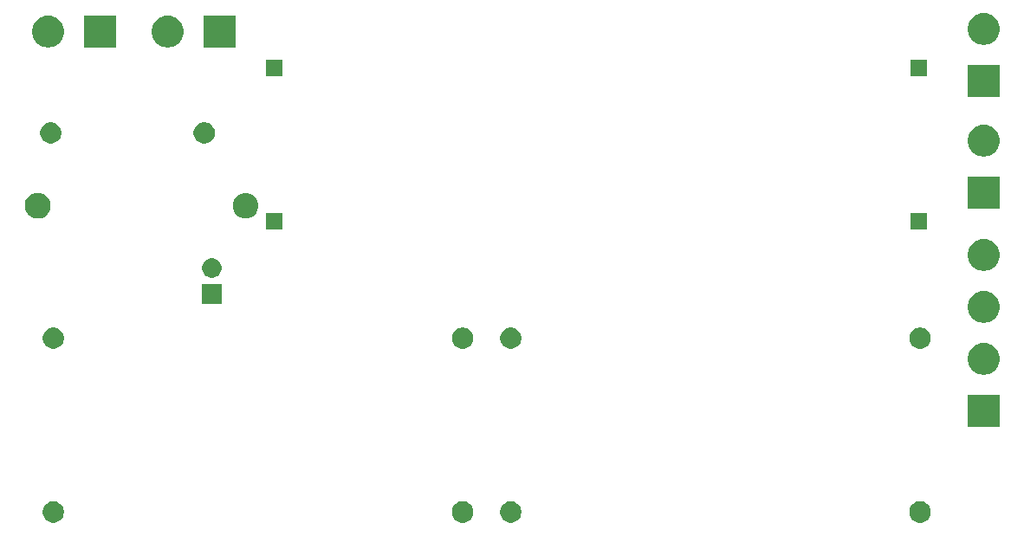
<source format=gbr>
G04 #@! TF.GenerationSoftware,KiCad,Pcbnew,(5.1.2)-2*
G04 #@! TF.CreationDate,2020-05-15T02:34:10+07:00*
G04 #@! TF.ProjectId,power_arduino,706f7765-725f-4617-9264-75696e6f2e6b,rev?*
G04 #@! TF.SameCoordinates,Original*
G04 #@! TF.FileFunction,Soldermask,Bot*
G04 #@! TF.FilePolarity,Negative*
%FSLAX46Y46*%
G04 Gerber Fmt 4.6, Leading zero omitted, Abs format (unit mm)*
G04 Created by KiCad (PCBNEW (5.1.2)-2) date 2020-05-15 02:34:10*
%MOMM*%
%LPD*%
G04 APERTURE LIST*
%ADD10C,0.100000*%
G04 APERTURE END LIST*
D10*
G36*
X138604564Y-95491389D02*
G01*
X138795833Y-95570615D01*
X138795835Y-95570616D01*
X138967973Y-95685635D01*
X139114365Y-95832027D01*
X139229385Y-96004167D01*
X139308611Y-96195436D01*
X139349000Y-96398484D01*
X139349000Y-96605516D01*
X139308611Y-96808564D01*
X139229385Y-96999833D01*
X139229384Y-96999835D01*
X139114365Y-97171973D01*
X138967973Y-97318365D01*
X138795835Y-97433384D01*
X138795834Y-97433385D01*
X138795833Y-97433385D01*
X138604564Y-97512611D01*
X138401516Y-97553000D01*
X138194484Y-97553000D01*
X137991436Y-97512611D01*
X137800167Y-97433385D01*
X137800166Y-97433385D01*
X137800165Y-97433384D01*
X137628027Y-97318365D01*
X137481635Y-97171973D01*
X137366616Y-96999835D01*
X137366615Y-96999833D01*
X137287389Y-96808564D01*
X137247000Y-96605516D01*
X137247000Y-96398484D01*
X137287389Y-96195436D01*
X137366615Y-96004167D01*
X137481635Y-95832027D01*
X137628027Y-95685635D01*
X137800165Y-95570616D01*
X137800167Y-95570615D01*
X137991436Y-95491389D01*
X138194484Y-95451000D01*
X138401516Y-95451000D01*
X138604564Y-95491389D01*
X138604564Y-95491389D01*
G37*
G36*
X93900564Y-95491389D02*
G01*
X94091833Y-95570615D01*
X94091835Y-95570616D01*
X94263973Y-95685635D01*
X94410365Y-95832027D01*
X94525385Y-96004167D01*
X94604611Y-96195436D01*
X94645000Y-96398484D01*
X94645000Y-96605516D01*
X94604611Y-96808564D01*
X94525385Y-96999833D01*
X94525384Y-96999835D01*
X94410365Y-97171973D01*
X94263973Y-97318365D01*
X94091835Y-97433384D01*
X94091834Y-97433385D01*
X94091833Y-97433385D01*
X93900564Y-97512611D01*
X93697516Y-97553000D01*
X93490484Y-97553000D01*
X93287436Y-97512611D01*
X93096167Y-97433385D01*
X93096166Y-97433385D01*
X93096165Y-97433384D01*
X92924027Y-97318365D01*
X92777635Y-97171973D01*
X92662616Y-96999835D01*
X92662615Y-96999833D01*
X92583389Y-96808564D01*
X92543000Y-96605516D01*
X92543000Y-96398484D01*
X92583389Y-96195436D01*
X92662615Y-96004167D01*
X92777635Y-95832027D01*
X92924027Y-95685635D01*
X93096165Y-95570616D01*
X93096167Y-95570615D01*
X93287436Y-95491389D01*
X93490484Y-95451000D01*
X93697516Y-95451000D01*
X93900564Y-95491389D01*
X93900564Y-95491389D01*
G37*
G36*
X53900564Y-95491389D02*
G01*
X54091833Y-95570615D01*
X54091835Y-95570616D01*
X54263973Y-95685635D01*
X54410365Y-95832027D01*
X54525385Y-96004167D01*
X54604611Y-96195436D01*
X54645000Y-96398484D01*
X54645000Y-96605516D01*
X54604611Y-96808564D01*
X54525385Y-96999833D01*
X54525384Y-96999835D01*
X54410365Y-97171973D01*
X54263973Y-97318365D01*
X54091835Y-97433384D01*
X54091834Y-97433385D01*
X54091833Y-97433385D01*
X53900564Y-97512611D01*
X53697516Y-97553000D01*
X53490484Y-97553000D01*
X53287436Y-97512611D01*
X53096167Y-97433385D01*
X53096166Y-97433385D01*
X53096165Y-97433384D01*
X52924027Y-97318365D01*
X52777635Y-97171973D01*
X52662616Y-96999835D01*
X52662615Y-96999833D01*
X52583389Y-96808564D01*
X52543000Y-96605516D01*
X52543000Y-96398484D01*
X52583389Y-96195436D01*
X52662615Y-96004167D01*
X52777635Y-95832027D01*
X52924027Y-95685635D01*
X53096165Y-95570616D01*
X53096167Y-95570615D01*
X53287436Y-95491389D01*
X53490484Y-95451000D01*
X53697516Y-95451000D01*
X53900564Y-95491389D01*
X53900564Y-95491389D01*
G37*
G36*
X98604564Y-95491389D02*
G01*
X98795833Y-95570615D01*
X98795835Y-95570616D01*
X98967973Y-95685635D01*
X99114365Y-95832027D01*
X99229385Y-96004167D01*
X99308611Y-96195436D01*
X99349000Y-96398484D01*
X99349000Y-96605516D01*
X99308611Y-96808564D01*
X99229385Y-96999833D01*
X99229384Y-96999835D01*
X99114365Y-97171973D01*
X98967973Y-97318365D01*
X98795835Y-97433384D01*
X98795834Y-97433385D01*
X98795833Y-97433385D01*
X98604564Y-97512611D01*
X98401516Y-97553000D01*
X98194484Y-97553000D01*
X97991436Y-97512611D01*
X97800167Y-97433385D01*
X97800166Y-97433385D01*
X97800165Y-97433384D01*
X97628027Y-97318365D01*
X97481635Y-97171973D01*
X97366616Y-96999835D01*
X97366615Y-96999833D01*
X97287389Y-96808564D01*
X97247000Y-96605516D01*
X97247000Y-96398484D01*
X97287389Y-96195436D01*
X97366615Y-96004167D01*
X97481635Y-95832027D01*
X97628027Y-95685635D01*
X97800165Y-95570616D01*
X97800167Y-95570615D01*
X97991436Y-95491389D01*
X98194484Y-95451000D01*
X98401516Y-95451000D01*
X98604564Y-95491389D01*
X98604564Y-95491389D01*
G37*
G36*
X146077000Y-88165000D02*
G01*
X142975000Y-88165000D01*
X142975000Y-85063000D01*
X146077000Y-85063000D01*
X146077000Y-88165000D01*
X146077000Y-88165000D01*
G37*
G36*
X144828585Y-80012802D02*
G01*
X144978410Y-80042604D01*
X145260674Y-80159521D01*
X145514705Y-80329259D01*
X145730741Y-80545295D01*
X145900479Y-80799326D01*
X146017396Y-81081590D01*
X146077000Y-81381240D01*
X146077000Y-81686760D01*
X146017396Y-81986410D01*
X145900479Y-82268674D01*
X145730741Y-82522705D01*
X145514705Y-82738741D01*
X145260674Y-82908479D01*
X144978410Y-83025396D01*
X144828585Y-83055198D01*
X144678761Y-83085000D01*
X144373239Y-83085000D01*
X144223415Y-83055198D01*
X144073590Y-83025396D01*
X143791326Y-82908479D01*
X143537295Y-82738741D01*
X143321259Y-82522705D01*
X143151521Y-82268674D01*
X143034604Y-81986410D01*
X142975000Y-81686760D01*
X142975000Y-81381240D01*
X143034604Y-81081590D01*
X143151521Y-80799326D01*
X143321259Y-80545295D01*
X143537295Y-80329259D01*
X143791326Y-80159521D01*
X144073590Y-80042604D01*
X144223415Y-80012802D01*
X144373239Y-79983000D01*
X144678761Y-79983000D01*
X144828585Y-80012802D01*
X144828585Y-80012802D01*
G37*
G36*
X98604564Y-78491389D02*
G01*
X98795833Y-78570615D01*
X98795835Y-78570616D01*
X98967973Y-78685635D01*
X99114365Y-78832027D01*
X99229385Y-79004167D01*
X99308611Y-79195436D01*
X99349000Y-79398484D01*
X99349000Y-79605516D01*
X99308611Y-79808564D01*
X99236357Y-79983000D01*
X99229384Y-79999835D01*
X99114365Y-80171973D01*
X98967973Y-80318365D01*
X98795835Y-80433384D01*
X98795834Y-80433385D01*
X98795833Y-80433385D01*
X98604564Y-80512611D01*
X98401516Y-80553000D01*
X98194484Y-80553000D01*
X97991436Y-80512611D01*
X97800167Y-80433385D01*
X97800166Y-80433385D01*
X97800165Y-80433384D01*
X97628027Y-80318365D01*
X97481635Y-80171973D01*
X97366616Y-79999835D01*
X97359643Y-79983000D01*
X97287389Y-79808564D01*
X97247000Y-79605516D01*
X97247000Y-79398484D01*
X97287389Y-79195436D01*
X97366615Y-79004167D01*
X97481635Y-78832027D01*
X97628027Y-78685635D01*
X97800165Y-78570616D01*
X97800167Y-78570615D01*
X97991436Y-78491389D01*
X98194484Y-78451000D01*
X98401516Y-78451000D01*
X98604564Y-78491389D01*
X98604564Y-78491389D01*
G37*
G36*
X138604564Y-78491389D02*
G01*
X138795833Y-78570615D01*
X138795835Y-78570616D01*
X138967973Y-78685635D01*
X139114365Y-78832027D01*
X139229385Y-79004167D01*
X139308611Y-79195436D01*
X139349000Y-79398484D01*
X139349000Y-79605516D01*
X139308611Y-79808564D01*
X139236357Y-79983000D01*
X139229384Y-79999835D01*
X139114365Y-80171973D01*
X138967973Y-80318365D01*
X138795835Y-80433384D01*
X138795834Y-80433385D01*
X138795833Y-80433385D01*
X138604564Y-80512611D01*
X138401516Y-80553000D01*
X138194484Y-80553000D01*
X137991436Y-80512611D01*
X137800167Y-80433385D01*
X137800166Y-80433385D01*
X137800165Y-80433384D01*
X137628027Y-80318365D01*
X137481635Y-80171973D01*
X137366616Y-79999835D01*
X137359643Y-79983000D01*
X137287389Y-79808564D01*
X137247000Y-79605516D01*
X137247000Y-79398484D01*
X137287389Y-79195436D01*
X137366615Y-79004167D01*
X137481635Y-78832027D01*
X137628027Y-78685635D01*
X137800165Y-78570616D01*
X137800167Y-78570615D01*
X137991436Y-78491389D01*
X138194484Y-78451000D01*
X138401516Y-78451000D01*
X138604564Y-78491389D01*
X138604564Y-78491389D01*
G37*
G36*
X93900564Y-78491389D02*
G01*
X94091833Y-78570615D01*
X94091835Y-78570616D01*
X94263973Y-78685635D01*
X94410365Y-78832027D01*
X94525385Y-79004167D01*
X94604611Y-79195436D01*
X94645000Y-79398484D01*
X94645000Y-79605516D01*
X94604611Y-79808564D01*
X94532357Y-79983000D01*
X94525384Y-79999835D01*
X94410365Y-80171973D01*
X94263973Y-80318365D01*
X94091835Y-80433384D01*
X94091834Y-80433385D01*
X94091833Y-80433385D01*
X93900564Y-80512611D01*
X93697516Y-80553000D01*
X93490484Y-80553000D01*
X93287436Y-80512611D01*
X93096167Y-80433385D01*
X93096166Y-80433385D01*
X93096165Y-80433384D01*
X92924027Y-80318365D01*
X92777635Y-80171973D01*
X92662616Y-79999835D01*
X92655643Y-79983000D01*
X92583389Y-79808564D01*
X92543000Y-79605516D01*
X92543000Y-79398484D01*
X92583389Y-79195436D01*
X92662615Y-79004167D01*
X92777635Y-78832027D01*
X92924027Y-78685635D01*
X93096165Y-78570616D01*
X93096167Y-78570615D01*
X93287436Y-78491389D01*
X93490484Y-78451000D01*
X93697516Y-78451000D01*
X93900564Y-78491389D01*
X93900564Y-78491389D01*
G37*
G36*
X53900564Y-78491389D02*
G01*
X54091833Y-78570615D01*
X54091835Y-78570616D01*
X54263973Y-78685635D01*
X54410365Y-78832027D01*
X54525385Y-79004167D01*
X54604611Y-79195436D01*
X54645000Y-79398484D01*
X54645000Y-79605516D01*
X54604611Y-79808564D01*
X54532357Y-79983000D01*
X54525384Y-79999835D01*
X54410365Y-80171973D01*
X54263973Y-80318365D01*
X54091835Y-80433384D01*
X54091834Y-80433385D01*
X54091833Y-80433385D01*
X53900564Y-80512611D01*
X53697516Y-80553000D01*
X53490484Y-80553000D01*
X53287436Y-80512611D01*
X53096167Y-80433385D01*
X53096166Y-80433385D01*
X53096165Y-80433384D01*
X52924027Y-80318365D01*
X52777635Y-80171973D01*
X52662616Y-79999835D01*
X52655643Y-79983000D01*
X52583389Y-79808564D01*
X52543000Y-79605516D01*
X52543000Y-79398484D01*
X52583389Y-79195436D01*
X52662615Y-79004167D01*
X52777635Y-78832027D01*
X52924027Y-78685635D01*
X53096165Y-78570616D01*
X53096167Y-78570615D01*
X53287436Y-78491389D01*
X53490484Y-78451000D01*
X53697516Y-78451000D01*
X53900564Y-78491389D01*
X53900564Y-78491389D01*
G37*
G36*
X144828585Y-74932802D02*
G01*
X144978410Y-74962604D01*
X145260674Y-75079521D01*
X145514705Y-75249259D01*
X145730741Y-75465295D01*
X145900479Y-75719326D01*
X146017396Y-76001590D01*
X146077000Y-76301240D01*
X146077000Y-76606760D01*
X146017396Y-76906410D01*
X145900479Y-77188674D01*
X145730741Y-77442705D01*
X145514705Y-77658741D01*
X145260674Y-77828479D01*
X144978410Y-77945396D01*
X144828585Y-77975198D01*
X144678761Y-78005000D01*
X144373239Y-78005000D01*
X144223415Y-77975198D01*
X144073590Y-77945396D01*
X143791326Y-77828479D01*
X143537295Y-77658741D01*
X143321259Y-77442705D01*
X143151521Y-77188674D01*
X143034604Y-76906410D01*
X142975000Y-76606760D01*
X142975000Y-76301240D01*
X143034604Y-76001590D01*
X143151521Y-75719326D01*
X143321259Y-75465295D01*
X143537295Y-75249259D01*
X143791326Y-75079521D01*
X144073590Y-74962604D01*
X144223415Y-74932802D01*
X144373239Y-74903000D01*
X144678761Y-74903000D01*
X144828585Y-74932802D01*
X144828585Y-74932802D01*
G37*
G36*
X70039000Y-76135000D02*
G01*
X68137000Y-76135000D01*
X68137000Y-74233000D01*
X70039000Y-74233000D01*
X70039000Y-76135000D01*
X70039000Y-76135000D01*
G37*
G36*
X69365395Y-71729546D02*
G01*
X69538466Y-71801234D01*
X69538467Y-71801235D01*
X69694227Y-71905310D01*
X69826690Y-72037773D01*
X69826691Y-72037775D01*
X69930766Y-72193534D01*
X70002454Y-72366605D01*
X70039000Y-72550333D01*
X70039000Y-72737667D01*
X70002454Y-72921395D01*
X69930766Y-73094466D01*
X69930765Y-73094467D01*
X69826690Y-73250227D01*
X69694227Y-73382690D01*
X69615818Y-73435081D01*
X69538466Y-73486766D01*
X69365395Y-73558454D01*
X69181667Y-73595000D01*
X68994333Y-73595000D01*
X68810605Y-73558454D01*
X68637534Y-73486766D01*
X68560182Y-73435081D01*
X68481773Y-73382690D01*
X68349310Y-73250227D01*
X68245235Y-73094467D01*
X68245234Y-73094466D01*
X68173546Y-72921395D01*
X68137000Y-72737667D01*
X68137000Y-72550333D01*
X68173546Y-72366605D01*
X68245234Y-72193534D01*
X68349309Y-72037775D01*
X68349310Y-72037773D01*
X68481773Y-71905310D01*
X68637533Y-71801235D01*
X68637534Y-71801234D01*
X68810605Y-71729546D01*
X68994333Y-71693000D01*
X69181667Y-71693000D01*
X69365395Y-71729546D01*
X69365395Y-71729546D01*
G37*
G36*
X144828585Y-69852802D02*
G01*
X144978410Y-69882604D01*
X145260674Y-69999521D01*
X145514705Y-70169259D01*
X145730741Y-70385295D01*
X145900479Y-70639326D01*
X146017396Y-70921590D01*
X146077000Y-71221240D01*
X146077000Y-71526760D01*
X146017396Y-71826410D01*
X145900479Y-72108674D01*
X145730741Y-72362705D01*
X145514705Y-72578741D01*
X145260674Y-72748479D01*
X144978410Y-72865396D01*
X144828585Y-72895198D01*
X144678761Y-72925000D01*
X144373239Y-72925000D01*
X144223415Y-72895198D01*
X144073590Y-72865396D01*
X143791326Y-72748479D01*
X143537295Y-72578741D01*
X143321259Y-72362705D01*
X143151521Y-72108674D01*
X143034604Y-71826410D01*
X142975000Y-71526760D01*
X142975000Y-71221240D01*
X143034604Y-70921590D01*
X143151521Y-70639326D01*
X143321259Y-70385295D01*
X143537295Y-70169259D01*
X143791326Y-69999521D01*
X144073590Y-69882604D01*
X144223415Y-69852802D01*
X144373239Y-69823000D01*
X144678761Y-69823000D01*
X144828585Y-69852802D01*
X144828585Y-69852802D01*
G37*
G36*
X138997000Y-68899000D02*
G01*
X137371000Y-68899000D01*
X137371000Y-67273000D01*
X138997000Y-67273000D01*
X138997000Y-68899000D01*
X138997000Y-68899000D01*
G37*
G36*
X75997000Y-68899000D02*
G01*
X74371000Y-68899000D01*
X74371000Y-67273000D01*
X75997000Y-67273000D01*
X75997000Y-68899000D01*
X75997000Y-68899000D01*
G37*
G36*
X52434903Y-65345075D02*
G01*
X52535236Y-65386634D01*
X52662571Y-65439378D01*
X52867466Y-65576285D01*
X53041715Y-65750534D01*
X53178622Y-65955429D01*
X53272925Y-66183097D01*
X53321000Y-66424787D01*
X53321000Y-66671213D01*
X53272925Y-66912903D01*
X53178622Y-67140571D01*
X53041715Y-67345466D01*
X52867466Y-67519715D01*
X52662571Y-67656622D01*
X52662570Y-67656623D01*
X52662569Y-67656623D01*
X52434903Y-67750925D01*
X52193214Y-67799000D01*
X51946786Y-67799000D01*
X51705097Y-67750925D01*
X51477431Y-67656623D01*
X51477430Y-67656623D01*
X51477429Y-67656622D01*
X51272534Y-67519715D01*
X51098285Y-67345466D01*
X50961378Y-67140571D01*
X50867075Y-66912903D01*
X50819000Y-66671213D01*
X50819000Y-66424787D01*
X50867075Y-66183097D01*
X50961378Y-65955429D01*
X51098285Y-65750534D01*
X51272534Y-65576285D01*
X51477429Y-65439378D01*
X51604765Y-65386634D01*
X51705097Y-65345075D01*
X51946786Y-65297000D01*
X52193214Y-65297000D01*
X52434903Y-65345075D01*
X52434903Y-65345075D01*
G37*
G36*
X72635239Y-65315101D02*
G01*
X72871053Y-65386634D01*
X73088381Y-65502799D01*
X73278871Y-65659129D01*
X73435201Y-65849619D01*
X73551366Y-66066947D01*
X73622899Y-66302761D01*
X73647053Y-66548000D01*
X73622899Y-66793239D01*
X73551366Y-67029053D01*
X73435201Y-67246381D01*
X73278871Y-67436871D01*
X73088381Y-67593201D01*
X72871053Y-67709366D01*
X72635239Y-67780899D01*
X72451457Y-67799000D01*
X72328543Y-67799000D01*
X72144761Y-67780899D01*
X71908947Y-67709366D01*
X71691619Y-67593201D01*
X71501129Y-67436871D01*
X71344799Y-67246381D01*
X71228634Y-67029053D01*
X71157101Y-66793239D01*
X71132947Y-66548000D01*
X71157101Y-66302761D01*
X71228634Y-66066947D01*
X71344799Y-65849619D01*
X71501129Y-65659129D01*
X71691619Y-65502799D01*
X71908947Y-65386634D01*
X72144761Y-65315101D01*
X72328543Y-65297000D01*
X72451457Y-65297000D01*
X72635239Y-65315101D01*
X72635239Y-65315101D01*
G37*
G36*
X146077000Y-66829000D02*
G01*
X142975000Y-66829000D01*
X142975000Y-63727000D01*
X146077000Y-63727000D01*
X146077000Y-66829000D01*
X146077000Y-66829000D01*
G37*
G36*
X144828585Y-58676802D02*
G01*
X144978410Y-58706604D01*
X145260674Y-58823521D01*
X145514705Y-58993259D01*
X145730741Y-59209295D01*
X145900479Y-59463326D01*
X146017396Y-59745590D01*
X146077000Y-60045240D01*
X146077000Y-60350760D01*
X146017396Y-60650410D01*
X145900479Y-60932674D01*
X145730741Y-61186705D01*
X145514705Y-61402741D01*
X145260674Y-61572479D01*
X144978410Y-61689396D01*
X144828585Y-61719198D01*
X144678761Y-61749000D01*
X144373239Y-61749000D01*
X144223415Y-61719198D01*
X144073590Y-61689396D01*
X143791326Y-61572479D01*
X143537295Y-61402741D01*
X143321259Y-61186705D01*
X143151521Y-60932674D01*
X143034604Y-60650410D01*
X142975000Y-60350760D01*
X142975000Y-60045240D01*
X143034604Y-59745590D01*
X143151521Y-59463326D01*
X143321259Y-59209295D01*
X143537295Y-58993259D01*
X143791326Y-58823521D01*
X144073590Y-58706604D01*
X144223415Y-58676802D01*
X144373239Y-58647000D01*
X144678761Y-58647000D01*
X144828585Y-58676802D01*
X144828585Y-58676802D01*
G37*
G36*
X68646564Y-58425389D02*
G01*
X68837833Y-58504615D01*
X68837835Y-58504616D01*
X69009973Y-58619635D01*
X69156365Y-58766027D01*
X69271385Y-58938167D01*
X69350611Y-59129436D01*
X69391000Y-59332484D01*
X69391000Y-59539516D01*
X69350611Y-59742564D01*
X69349357Y-59745591D01*
X69271384Y-59933835D01*
X69156365Y-60105973D01*
X69009973Y-60252365D01*
X68837835Y-60367384D01*
X68837834Y-60367385D01*
X68837833Y-60367385D01*
X68646564Y-60446611D01*
X68443516Y-60487000D01*
X68236484Y-60487000D01*
X68033436Y-60446611D01*
X67842167Y-60367385D01*
X67842166Y-60367385D01*
X67842165Y-60367384D01*
X67670027Y-60252365D01*
X67523635Y-60105973D01*
X67408616Y-59933835D01*
X67330643Y-59745591D01*
X67329389Y-59742564D01*
X67289000Y-59539516D01*
X67289000Y-59332484D01*
X67329389Y-59129436D01*
X67408615Y-58938167D01*
X67523635Y-58766027D01*
X67670027Y-58619635D01*
X67842165Y-58504616D01*
X67842167Y-58504615D01*
X68033436Y-58425389D01*
X68236484Y-58385000D01*
X68443516Y-58385000D01*
X68646564Y-58425389D01*
X68646564Y-58425389D01*
G37*
G36*
X53646564Y-58425389D02*
G01*
X53837833Y-58504615D01*
X53837835Y-58504616D01*
X54009973Y-58619635D01*
X54156365Y-58766027D01*
X54271385Y-58938167D01*
X54350611Y-59129436D01*
X54391000Y-59332484D01*
X54391000Y-59539516D01*
X54350611Y-59742564D01*
X54349357Y-59745591D01*
X54271384Y-59933835D01*
X54156365Y-60105973D01*
X54009973Y-60252365D01*
X53837835Y-60367384D01*
X53837834Y-60367385D01*
X53837833Y-60367385D01*
X53646564Y-60446611D01*
X53443516Y-60487000D01*
X53236484Y-60487000D01*
X53033436Y-60446611D01*
X52842167Y-60367385D01*
X52842166Y-60367385D01*
X52842165Y-60367384D01*
X52670027Y-60252365D01*
X52523635Y-60105973D01*
X52408616Y-59933835D01*
X52330643Y-59745591D01*
X52329389Y-59742564D01*
X52289000Y-59539516D01*
X52289000Y-59332484D01*
X52329389Y-59129436D01*
X52408615Y-58938167D01*
X52523635Y-58766027D01*
X52670027Y-58619635D01*
X52842165Y-58504616D01*
X52842167Y-58504615D01*
X53033436Y-58425389D01*
X53236484Y-58385000D01*
X53443516Y-58385000D01*
X53646564Y-58425389D01*
X53646564Y-58425389D01*
G37*
G36*
X146077000Y-55907000D02*
G01*
X142975000Y-55907000D01*
X142975000Y-52805000D01*
X146077000Y-52805000D01*
X146077000Y-55907000D01*
X146077000Y-55907000D01*
G37*
G36*
X138997000Y-53899000D02*
G01*
X137371000Y-53899000D01*
X137371000Y-52273000D01*
X138997000Y-52273000D01*
X138997000Y-53899000D01*
X138997000Y-53899000D01*
G37*
G36*
X75997000Y-53899000D02*
G01*
X74371000Y-53899000D01*
X74371000Y-52273000D01*
X75997000Y-52273000D01*
X75997000Y-53899000D01*
X75997000Y-53899000D01*
G37*
G36*
X71401000Y-51081000D02*
G01*
X68299000Y-51081000D01*
X68299000Y-47979000D01*
X71401000Y-47979000D01*
X71401000Y-51081000D01*
X71401000Y-51081000D01*
G37*
G36*
X53388585Y-48008802D02*
G01*
X53538410Y-48038604D01*
X53820674Y-48155521D01*
X54074705Y-48325259D01*
X54290741Y-48541295D01*
X54460479Y-48795326D01*
X54577396Y-49077590D01*
X54637000Y-49377240D01*
X54637000Y-49682760D01*
X54577396Y-49982410D01*
X54460479Y-50264674D01*
X54290741Y-50518705D01*
X54074705Y-50734741D01*
X53820674Y-50904479D01*
X53538410Y-51021396D01*
X53388585Y-51051198D01*
X53238761Y-51081000D01*
X52933239Y-51081000D01*
X52783415Y-51051198D01*
X52633590Y-51021396D01*
X52351326Y-50904479D01*
X52097295Y-50734741D01*
X51881259Y-50518705D01*
X51711521Y-50264674D01*
X51594604Y-49982410D01*
X51535000Y-49682760D01*
X51535000Y-49377240D01*
X51594604Y-49077590D01*
X51711521Y-48795326D01*
X51881259Y-48541295D01*
X52097295Y-48325259D01*
X52351326Y-48155521D01*
X52633590Y-48038604D01*
X52783415Y-48008802D01*
X52933239Y-47979000D01*
X53238761Y-47979000D01*
X53388585Y-48008802D01*
X53388585Y-48008802D01*
G37*
G36*
X65072585Y-48008802D02*
G01*
X65222410Y-48038604D01*
X65504674Y-48155521D01*
X65758705Y-48325259D01*
X65974741Y-48541295D01*
X66144479Y-48795326D01*
X66261396Y-49077590D01*
X66321000Y-49377240D01*
X66321000Y-49682760D01*
X66261396Y-49982410D01*
X66144479Y-50264674D01*
X65974741Y-50518705D01*
X65758705Y-50734741D01*
X65504674Y-50904479D01*
X65222410Y-51021396D01*
X65072585Y-51051198D01*
X64922761Y-51081000D01*
X64617239Y-51081000D01*
X64467415Y-51051198D01*
X64317590Y-51021396D01*
X64035326Y-50904479D01*
X63781295Y-50734741D01*
X63565259Y-50518705D01*
X63395521Y-50264674D01*
X63278604Y-49982410D01*
X63219000Y-49682760D01*
X63219000Y-49377240D01*
X63278604Y-49077590D01*
X63395521Y-48795326D01*
X63565259Y-48541295D01*
X63781295Y-48325259D01*
X64035326Y-48155521D01*
X64317590Y-48038604D01*
X64467415Y-48008802D01*
X64617239Y-47979000D01*
X64922761Y-47979000D01*
X65072585Y-48008802D01*
X65072585Y-48008802D01*
G37*
G36*
X59717000Y-51081000D02*
G01*
X56615000Y-51081000D01*
X56615000Y-47979000D01*
X59717000Y-47979000D01*
X59717000Y-51081000D01*
X59717000Y-51081000D01*
G37*
G36*
X144828585Y-47754802D02*
G01*
X144978410Y-47784604D01*
X145260674Y-47901521D01*
X145514705Y-48071259D01*
X145730741Y-48287295D01*
X145900479Y-48541326D01*
X146017396Y-48823590D01*
X146077000Y-49123240D01*
X146077000Y-49428760D01*
X146017396Y-49728410D01*
X145900479Y-50010674D01*
X145730741Y-50264705D01*
X145514705Y-50480741D01*
X145260674Y-50650479D01*
X144978410Y-50767396D01*
X144828585Y-50797198D01*
X144678761Y-50827000D01*
X144373239Y-50827000D01*
X144223415Y-50797198D01*
X144073590Y-50767396D01*
X143791326Y-50650479D01*
X143537295Y-50480741D01*
X143321259Y-50264705D01*
X143151521Y-50010674D01*
X143034604Y-49728410D01*
X142975000Y-49428760D01*
X142975000Y-49123240D01*
X143034604Y-48823590D01*
X143151521Y-48541326D01*
X143321259Y-48287295D01*
X143537295Y-48071259D01*
X143791326Y-47901521D01*
X144073590Y-47784604D01*
X144223415Y-47754802D01*
X144373239Y-47725000D01*
X144678761Y-47725000D01*
X144828585Y-47754802D01*
X144828585Y-47754802D01*
G37*
M02*

</source>
